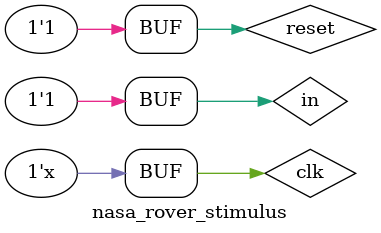
<source format=v>
module nasa_rover_stata ( state,in,reset,clk );

output [2:0] state;
input in,reset,clk;

reg [2:0]state, next;

parameter killian = 3'b000;
parameter kresge = 3'b001;
parameter zcenter = 3'b010;
parameter sydpac = 3'b011;
parameter studentcenter = 3'b100;
parameter building34 = 3'b101;
parameter lab_6 = 3'b110;
parameter statacenter = 3'b111;

always @ (posedge clk or negedge reset)
if (!reset)
	state <= killian;
else
	state <= next; 

always @ ( state or in	)begin : state_transitions
	
 case (state)
	killian : if (in) next = kresge;
		  	else next = killian;

	kresge : if (in) next = studentcenter;
			else next = zcenter;

	zcenter : if (in) next = studentcenter;
		 	else next = sydpac;

	sydpac : if (in) next = killian;
	 		else next = sydpac;

	studentcenter : if (in) next = building34;
				else next = statacenter;

	building34 : if (in) next = lab_6;
				else next = sydpac;

	lab_6 : if (in) next = lab_6;
			else next = statacenter;

	statacenter : if (in) next = building34;
			else next = kresge; 	
	default : next = killian;
 endcase
end

endmodule 


module nasa_rover_stimulus ();

wire [2:0] state;
reg in, clk, reset;

nasa_rover_stata nasa1( state,in,reset,clk );

initial
begin : reseting
	clk = 0;
	reset = 1;
	#2 reset = 0;
	#2 reset = 1;
end

initial
begin : inputs
	#5 in =0;
	#10 in = 1;
	#10 in =0;
	#10 in =1;
	repeat (10) #10 in = in +1;
end
always 
	#5 clk = ~clk;

initial
	$monitor ("input--%b---->current_location--%d",in,state);

endmodule 
</source>
